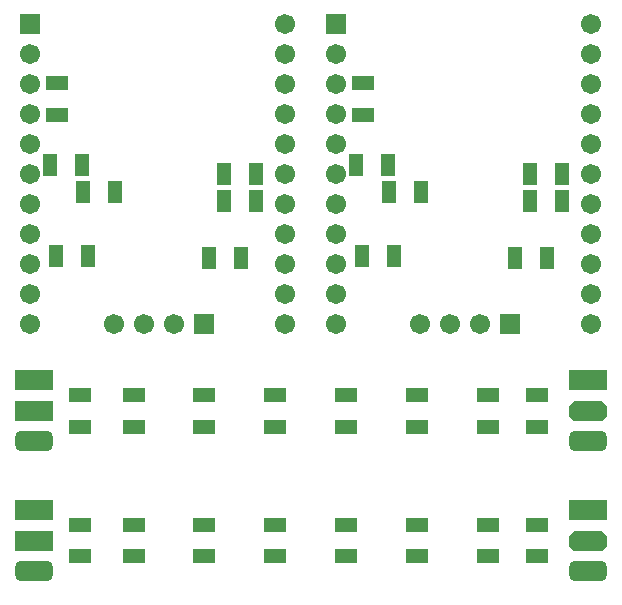
<source format=gbs>
G04 Layer_Color=16711935*
%FSLAX23Y23*%
%MOIN*%
G70*
G01*
G75*
%ADD31C,0.067*%
%ADD32R,0.067X0.067*%
%ADD33R,0.067X0.067*%
%ADD34R,0.051X0.075*%
%ADD35R,0.075X0.051*%
%ADD36R,0.126X0.068*%
G04:AMPARAMS|DCode=37|XSize=126mil|YSize=68mil|CornerRadius=0mil|HoleSize=0mil|Usage=FLASHONLY|Rotation=0.000|XOffset=0mil|YOffset=0mil|HoleType=Round|Shape=Octagon|*
%AMOCTAGOND37*
4,1,8,0.063,-0.017,0.063,0.017,0.046,0.034,-0.046,0.034,-0.063,0.017,-0.063,-0.017,-0.046,-0.034,0.046,-0.034,0.063,-0.017,0.0*
%
%ADD37OCTAGOND37*%

G04:AMPARAMS|DCode=38|XSize=126mil|YSize=68mil|CornerRadius=19mil|HoleSize=0mil|Usage=FLASHONLY|Rotation=0.000|XOffset=0mil|YOffset=0mil|HoleType=Round|Shape=RoundedRectangle|*
%AMROUNDEDRECTD38*
21,1,0.126,0.030,0,0,0.0*
21,1,0.088,0.068,0,0,0.0*
1,1,0.038,0.044,-0.015*
1,1,0.038,-0.044,-0.015*
1,1,0.038,-0.044,0.015*
1,1,0.038,0.044,0.015*
%
%ADD38ROUNDEDRECTD38*%
D31*
X1919Y1919D02*
D03*
Y1819D02*
D03*
Y1719D02*
D03*
Y1619D02*
D03*
Y1519D02*
D03*
Y1419D02*
D03*
Y1319D02*
D03*
Y1219D02*
D03*
Y1119D02*
D03*
Y1019D02*
D03*
Y919D02*
D03*
X1069Y1819D02*
D03*
Y1719D02*
D03*
Y1619D02*
D03*
Y1519D02*
D03*
Y1419D02*
D03*
Y1319D02*
D03*
Y1219D02*
D03*
Y1119D02*
D03*
Y1019D02*
D03*
Y919D02*
D03*
X1549D02*
D03*
X1449D02*
D03*
X1349D02*
D03*
X900Y1919D02*
D03*
Y1819D02*
D03*
Y1719D02*
D03*
Y1619D02*
D03*
Y1519D02*
D03*
Y1419D02*
D03*
Y1319D02*
D03*
Y1219D02*
D03*
Y1119D02*
D03*
Y1019D02*
D03*
Y919D02*
D03*
X50Y1819D02*
D03*
Y1719D02*
D03*
Y1619D02*
D03*
Y1519D02*
D03*
Y1419D02*
D03*
Y1319D02*
D03*
Y1219D02*
D03*
Y1119D02*
D03*
Y1019D02*
D03*
Y919D02*
D03*
X530D02*
D03*
X430D02*
D03*
X330D02*
D03*
D32*
X1069Y1919D02*
D03*
X50D02*
D03*
D33*
X1649Y919D02*
D03*
X630D02*
D03*
D34*
X1245Y1359D02*
D03*
X1352D02*
D03*
X1242Y1449D02*
D03*
X1135D02*
D03*
X1155Y1147D02*
D03*
X1262D02*
D03*
X1715Y1329D02*
D03*
X1822D02*
D03*
Y1419D02*
D03*
X1715D02*
D03*
X1772Y1139D02*
D03*
X1665D02*
D03*
X227Y1359D02*
D03*
X333D02*
D03*
X223Y1449D02*
D03*
X117D02*
D03*
X137Y1147D02*
D03*
X243D02*
D03*
X697Y1329D02*
D03*
X803D02*
D03*
Y1419D02*
D03*
X697D02*
D03*
X753Y1139D02*
D03*
X647D02*
D03*
D35*
X1159Y1722D02*
D03*
Y1615D02*
D03*
X140Y1722D02*
D03*
Y1615D02*
D03*
X217Y144D02*
D03*
Y250D02*
D03*
X630Y144D02*
D03*
Y250D02*
D03*
X394Y144D02*
D03*
Y250D02*
D03*
X866Y144D02*
D03*
Y250D02*
D03*
X1339Y144D02*
D03*
Y250D02*
D03*
X1575Y144D02*
D03*
Y250D02*
D03*
X1740Y144D02*
D03*
Y250D02*
D03*
X1102Y144D02*
D03*
Y250D02*
D03*
X217Y577D02*
D03*
Y683D02*
D03*
X630Y577D02*
D03*
Y683D02*
D03*
X394Y577D02*
D03*
Y683D02*
D03*
X866Y577D02*
D03*
Y683D02*
D03*
X1339Y577D02*
D03*
Y683D02*
D03*
X1575Y577D02*
D03*
Y683D02*
D03*
X1740Y577D02*
D03*
Y683D02*
D03*
X1102Y577D02*
D03*
Y683D02*
D03*
D36*
X1909Y299D02*
D03*
X63Y197D02*
D03*
Y299D02*
D03*
X1909Y732D02*
D03*
X63Y630D02*
D03*
Y732D02*
D03*
D37*
X1909Y197D02*
D03*
Y630D02*
D03*
D38*
Y95D02*
D03*
X63D02*
D03*
X1909Y528D02*
D03*
X63D02*
D03*
M02*

</source>
